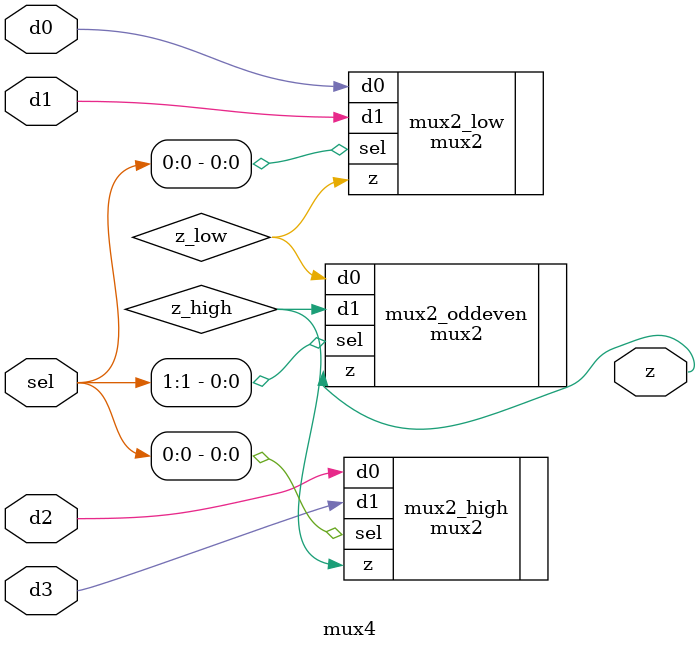
<source format=sv>
module mux4 (
    input logic d0,          // Data input 0
    input logic d1,          // Data input 1
    input logic d2,          // Data input 2
    input logic d3,          // Data input 3
    input logic [1:0] sel,   // Select input
    output logic z           // Output
);

	logic z_low;
	logic z_high;

    mux2 mux2_low(.d0(d0), .d1(d1), .sel(sel[0]), .z(z_low));
    mux2 mux2_high(.d0(d2), .d1(d3), .sel(sel[0]), .z(z_high));

    mux2 mux2_oddeven(.d0(z_low), .d1(z_high), .sel(sel[1]), .z(z));

endmodule

</source>
